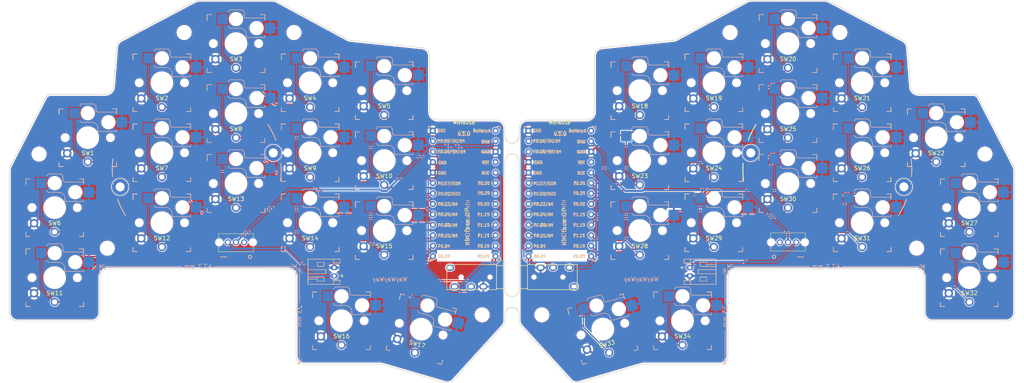
<source format=kicad_pcb>
(kicad_pcb (version 20221018) (generator pcbnew)
  (layers (0 "F.Cu" signal) (31 "B.Cu" signal) (34 "B.Paste" user) (35 "F.Paste" user) (36 "B.SilkS" user "B.Silkscreen") (37 "F.SilkS" user "F.Silkscreen") (38 "B.Mask" user) (39 "F.Mask" user) (44 "Edge.Cuts" user))
  (net 0 "")
  (net 1 "BAT_IN_left")
  (net 2 "gnd_left")
  (net 3 "BAT_IN_right")
  (net 4 "gnd_right")
  (net 6 "RAW_left")
  (net 8 "RAW_right")
  (net 9 "Switch3")
  (net 10 "RX_left")
  (net 11 "Switch9")
  (net 12 "Switch2")
  (net 13 "Switch7")
  (net 14 "Switch13")
  (net 15 "Switch12")
  (net 16 "Switch1")
  (net 17 "Switch6")
  (net 18 "Switch11")
  (net 19 "Switch16")
  (net 20 "Switch17")
  (net 21 "Switch15")
  (net 22 "Switch14")
  (net 23 "Switch10")
  (net 24 "Switch8")
  (net 25 "Switch4")
  (net 26 "Switch5")
  (net 27 "VCC_left")
  (net 30 "Switch18")
  (net 31 "RX_right")
  (net 32 "Switch19")
  (net 33 "Switch20")
  (net 34 "Switch25")
  (net 35 "Switch23")
  (net 36 "Switch29")
  (net 37 "Switch28")
  (net 38 "Switch33")
  (net 39 "Switch34")
  (net 40 "Switch32")
  (net 41 "Switch27")
  (net 42 "Switch31")
  (net 43 "Switch22")
  (net 44 "Switch30")
  (net 45 "Switch26")
  (net 46 "Switch21")
  (net 47 "Switch24")
  (net 48 "VCC_right")
  (footprint "custom_components:Choc_v1v2_pretty" (layer "F.Cu") (at 178.590571 92.078791)
    (fp_text reference "SW23")
    (fp_text value "SW_Push")
  )
  (footprint "custom_components:Choc_v1v2_pretty" (layer "F.Cu") (at 125.490285 133.02423 -15)
    (fp_text reference "SW17")
    (fp_text value "SW_Push")
  )
  (footprint "custom_components:Choc_v1v2_pretty" (layer "F.Cu") (at 214.590571 63.648791)
    (fp_text reference "SW20")
    (fp_text value "SW_Push")
  )
  (footprint "custom_components:Choc_v1v2_pretty" (layer "F.Cu") (at 98.515693 90.173791)
    (fp_text reference "SW9")
    (fp_text value "SW_Push")
  )
  (footprint "custom_components:Choc_v1v2_pretty" (layer "F.Cu") (at 62.515693 90.173791)
    (fp_text reference "SW7")
    (fp_text value "SW_Push")
  )
  (footprint "custom_components:Switch_slide_TH_5P" (layer "F.Cu") (at 214.590571 111.936291)
    (fp_text reference "J2" hide)
    (fp_text value "B5B-XH-A_LF__SN_")
  )
  (footprint "custom_components:Choc_v1v2_pretty" (layer "F.Cu") (at 232.590571 73.173791)
    (fp_text reference "SW21")
    (fp_text value "SW_Push")
  )
  (footprint "custom_components:Choc_v1v2_pretty" (layer "F.Cu") (at 250.590571 86.508791)
    (fp_text reference "SW22")
    (fp_text value "SW_Push")
  )
  (footprint "custom_components:Choc_v1v2_pretty" (layer "F.Cu") (at 178.590571 75.078791)
    (fp_text reference "SW18")
    (fp_text value "SW_Push")
  )
  (footprint "custom_components:Choc_v1v2_pretty" (layer "F.Cu") (at 106.135693 130.986291)
    (fp_text reference "SW16")
    (fp_text value "SW_Push")
  )
  (footprint "ScottoKeebs_Components:TRRS_PJ-320A" (layer "F.Cu") (at 143.803131 120.373141 -90)
    (fp_text reference "U1")
    (fp_text value "TRRS" hide)
  )
  (footprint "custom_components:Choc_v1v2_pretty" (layer "F.Cu") (at 116.515693 92.078791)
    (fp_text reference "SW10")
    (fp_text value "SW_Push")
  )
  (footprint "custom_components:Choc_v1v2_pretty" (layer "F.Cu") (at 169.615979 133.02423 15)
    (fp_text reference "SW33")
    (fp_text value "SW_Push")
  )
  (footprint "KLOTZ:SplitkbTentingPuck_threeholes" (layer "F.Cu") (at 70.975693 94.341291 12.5)
    (fp_text reference "REF**" hide)
    (fp_text value "Tenting Puck" hide)
  )
  (footprint "custom_components:Choc_v1v2_pretty" (layer "F.Cu") (at 62.515693 107.173791)
    (fp_text reference "SW12")
    (fp_text value "SW_Push")
  )
  (footprint "custom_components:Choc_v1v2_pretty" (layer "F.Cu") (at 80.515693 97.648791)
    (fp_text reference "SW13")
    (fp_text value "SW_Push")
  )
  (footprint "MountingHole:MountingHole_3.2mm_M3" (layer "F.Cu") (at 32.673193 90.498791)
    (fp_text reference "REF**" hide)
    (fp_text value "MountingHole_3.2mm_M3")
  )
  (footprint "Panelization:mouse-bite-3mm-slot" (layer "F.Cu") (at 147.553132 89.140641 90)
    (fp_text reference "mouse-bite-3mm-slot" hide)
    (fp_text value "VAL**" hide)
  )
  (footprint "custom_components:Choc_v1v2_pretty" (layer "F.Cu") (at 214.590571 97.648791)
    (fp_text reference "SW30")
    (fp_text value "SW_Push")
  )
  (footprint "custom_components:Choc_v1v2_pretty" (layer "F.Cu") (at 62.515693 73.173791)
    (fp_text reference "SW2")
    (fp_text value "SW_Push")
  )
  (footprint "custom_components:Switch_slide_TH_5P" (layer "F.Cu") (at 80.515693 111.936291 180)
    (fp_text reference "J1" hide)
    (fp_text value "B5B-XH-A_LF__SN_" hide)
  )
  (footprint "MountingHole:MountingHole_3.2mm_M3" (layer "F.Cu") (at 49.265693 113.358791)
    (fp_text reference "REF**" hide)
    (fp_text value "MountingHole_3.2mm_M3")
  )
  (footprint "MountingHole:MountingHole_3.2mm_M3" (layer "F.Cu") (at 94.585693 60.971291)
    (fp_text reference "REF**" hide)
    (fp_text value "MountingHole_3.2mm_M3")
  )
  (footprint "custom_components:Choc_v1v2_pretty" (layer "F.Cu") (at 98.515693 73.173791)
    (fp_text reference "SW4")
    (fp_text value "SW_Push")
  )
  (footprint "custom_components:Pro Micro nRF52840" (layer "F.Cu") (at 135.964589 83.575791)
    (fp_text reference "Pro_Micro_nRF1" hide)
    (fp_text value "~")
  )
  (footprint "custom_components:Choc_v1v2_pretty" (layer "F.Cu") (at 196.590571 90.173791)
    (fp_text reference "SW24")
    (fp_text value "SW_Push")
  )
  (footprint "custom_components:Choc_v1v2_pretty" (layer "F.Cu") (at 36.465693 120.508791)
    (fp_text reference "SW11")
    (fp_text value "SW_Push")
  )
  (footprint "custom_components:Choc_v1v2_pretty" (layer "F.Cu") (at 232.590571 107.173791)
    (fp_text reference "SW31")
    (fp_text value "SW_Push")
  )
  (footprint "custom_components:Choc_v1v2_pretty" (layer "F.Cu") (at 232.590571 90.173791)
    (fp_text reference "SW26")
    (fp_text value "SW_Push")
  )
  (footprint "custom_components:Choc_v1v2_pretty" (layer "F.Cu") (at 214.590571 80.648791)
    (fp_text reference "SW25")
    (fp_text value "SW_Push")
  )
  (footprint "custom_components:Choc_v1v2_pretty" (layer "F.Cu") (at 44.515693 86.508791)
    (fp_text reference "SW1")
    (fp_text value "SW_Push")
  )
  (footprint "KLOTZ:JST_PH_reversible" (layer "F.Cu") (at 104.360693 118.073791 -90)
    (fp_text reference "BT1" hide)
    (fp_text value "Battery_Cell")
  )
  (footprint "ScottoKeebs_Components:TRRS_PJ-320A" (layer "F.Cu") (at 151.303132 120.37314 90)
    (fp_text reference "U2")
    (fp_text value "TRRS")
  )
  (footprint "custom_components:Choc_v1v2_pretty" (layer "F.Cu") (at 258.640571 103.508791)
    (fp_text reference "SW27")
    (fp_text value "SW_Push")
  )
  (footprint "MountingHole:MountingHole_3.2mm_M3" (layer "F.Cu") (at 140.305693 129.551291)
    (fp_text reference "REF**" hide)
    (fp_text value "MountingHole_3.2mm_M3" hide)
  )
  (footprint "custom_components:Choc_v1v2_pretty" (layer "F.Cu") (at 98.515693 107.173791)
    (fp_text reference "SW14")
    (fp_text value "SW_Push")
  )
  (footprint "custom_components:Choc_v1v2_pretty" (layer "F.Cu") (at 36.465693 103.508791)
    (fp_text reference "SW6")
    (fp_text value "SW_Push")
  )
  (footprint "custom_components:Choc_v1v2_pretty" (layer "F.Cu") (at 196.590571 107.173791)
    (fp_text reference "SW29")
    (fp_text value "SW_Push")
  )
  (footprint "KLOTZ:JST_PH_reversible" (layer "F.Cu") (at 190.745571 120.073791 90)
    (fp_text reference "BT2" hide)
    (fp_text value "Battery_Cell")
  )
  (footprint "custom_components:Choc_v1v2_pretty" (layer "F.Cu") (at 116.515693 109.078791)
    (fp_text reference "SW15")
    (fp_text value "SW_Push")
  )
  (footprint "custom_components:Choc_v1v2_pretty" (layer "F.Cu") (at 80.515693 80.648791)
    (fp_text reference "SW8")
    (fp_text value "SW_Push")
  )
  (footprint "custom_components:Choc_v1v2_pretty" (layer "F.Cu") (at 188.970571 130.986291)
    (fp_text reference "SW34")
    (fp_text value "SW_Push")
  )
  (footprint "custom_components:Choc_v1v2_pretty" (layer "F.Cu") (at 258.640571 120.508791)
    (fp_text reference "SW32")
    (fp_text value "SW_Push")
  )
  (footprint "custom_components:Choc_v1v2_pretty" (layer "F.Cu") (at 116.515693 75.078791)
    (fp_text reference "SW5")
    (fp_text value "SW_Push")
  )
  (footprint "MountingHole:MountingHole_3.2mm_M3" (layer "F.Cu") (at 67.915693 60.971291)
    (fp_text reference "REF**" hide)
    (fp_text value "MountingHole_3.2mm_M3")
  )
  (footprint "custom_components:Choc_v1v2_pretty" (layer "F.Cu") (at 178.590571 109.078791)
    (fp_text reference "SW28")
    (fp_text value "SW_Push")
  )
  (footprint "Panelization:mouse-bite-3mm-slot" (layer "F.Cu") (at 147.553132 126.430641 90)
    (fp_text reference "mouse-bite-3mm-slot" hide)
    (fp_text value "VAL**" hide)
  )
  (footprint "custom_components:Pro Micro nRF52840" (layer "F.Cu") (at 159.191675 83.575791)
    (fp_text reference "Pro_Micro_nRF2" hide)
    (fp_text value "~")
  )
  (footprint "custom_components:Choc_v1v2_pretty" (layer "F.Cu") (at 196.590571 73.173791)
    (fp_text reference "SW19")
    (fp_text value "SW_Push")
  )
  (footprint "custom_components:Choc_v1v2_pretty" (layer "F.Cu") (at 80.515693 63.648791)
    (fp_text reference "SW3")
    (fp_text value "SW_Push")
  )
  (footprint "MountingHole:MountingHole_3.2mm_M3" (layer "B.Cu") (at 227.190571 60.971291 180)
    (fp_text reference "REF**" hide)
    (fp_text value "MountingHole_3.2mm_M3")
  )
  (footprint "MountingHole:MountingHole_3.2mm_M3" (layer "B.Cu") (at 200.520571 60.971291 180)
    (fp_text reference "REF**" hide)
    (fp_text value "MountingHole_3.2mm_M3")
  )
  (footprint "MountingHole:MountingHole_3.2mm_M3" (layer "B.Cu") (at 262.433071 90.498791 180)
    (fp_text reference "REF**" hide)
    (fp_text value "MountingHole_3.2mm_M3")
  )
  (footprint "MountingHole:MountingHole_3.2mm_M3" (layer "B.Cu") (at 154.800571 129.551291 180)
    (fp_text reference "REF**" hide)
    (fp_text value "MountingHole_3.2mm_M3" hide)
  )
  (footprint "KLOTZ:SplitkbTentingPuck_threeholes" (layer "B.Cu") (at 224.130571 94.341291 167.5)
    (fp_text reference "REF**" hide)
    (fp_text value "Tenting Puck" hide)
  )
  (footprint "MountingHole:MountingHole_3.2mm_M3" (layer "B.Cu") (at 245.840571 113.358791 180)
    (fp_text reference "REF**" hide)
    (fp_text value "MountingHole_3.2mm_M3")
  )
  (gr_arc (start 245.674248 118.354762) (mid 247.091538 118.9432) (end 247.674716 120.362663) (stroke (width 0.15)) (layer "Edge.Cuts"))
  (gr_line (start 267.640571 131.008791) (end 249.6747 131.008791) (stroke (width 0.15)) (layer "Edge.Cuts"))
  (gr_line (start 149.837924 132.284664) (end 161.787281 145.418393) (stroke (width 0.15)) (layer "Edge.Cuts"))
  (gr_arc (start 167.590575 80.250791) (mid 167.004787 81.665003) (end 165.590575 82.250791) (stroke (width 0.15)) (layer "Edge.Cuts"))
  (gr_line (start 149.303132 84.235641) (end 149.303132 86.140641) (stroke (width 0.15)) (layer "Edge.Cuts"))
  (gr_arc (start 145.803132 92.140641) (mid 147.553132 90.390641) (end 149.303132 92.140641) (stroke (width 0.15)) (layer "Edge.Cuts"))
  (gr_line (start 149.303132 95.310128) (end 149.303132 92.140641) (stroke (width 0.15)) (layer "Edge.Cuts"))
  (gr_arc (start 269.640571 129.008791) (mid 269.054783 130.423003) (end 267.640571 131.008791) (stroke (width 0.15)) (layer "Edge.Cuts"))
  (gr_line (start 25.465693 129.008791) (end 25.465693 94.373791) (stroke (width 0.15)) (layer "Edge.Cuts"))
  (gr_line (start 145.803132 84.235641) (end 145.803132 86.140641) (stroke (width 0.15)) (layer "Edge.Cuts"))
  (gr_line (start 95.135693 139.486291) (end 95.135693 120.365324) (stroke (width 0.15)) (layer "Edge.Cuts"))
  (gr_arc (start 47.431548 129.000889) (mid 46.848565 130.420204) (end 45.431564 131.008791) (stroke (width 0.15)) (layer "Edge.Cuts"))
  (gr_line (start 50.762101 74.165785) (end 51.521864 64.516797) (stroke (width 0.15)) (layer "Edge.Cuts"))
  (gr_arc (start 133.318983 145.418393) (mid 132.386442 145.984843) (end 131.295367 145.977512) (stroke (width 0.15)) (layer "Edge.Cuts"))
  (gr_arc (start 204.895866 53.273322) (mid 205.237681 53.180167) (end 205.590571 53.148791) (stroke (width 0.15)) (layer "Edge.Cuts"))
  (gr_arc (start 93.136176 118.365324) (mid 94.550086 118.951273) (end 95.135693 120.365324) (stroke (width 0.15)) (layer "Edge.Cuts"))
  (gr_arc (start 50.762102 74.165785) (mid 50.125848 75.477463) (end 48.768273 76.008791) (stroke (width 0.15)) (layer "Edge.Cuts"))
  (gr_arc (start 145.803131 130.908141) (mid 145.6674 131.647551) (end 145.268307 132.284633) (stroke (width 0.15)) (layer "Edge.Cuts"))
  (gr_line (start 108.107644 62.861004) (end 126.018193 64.721291) (stroke (width 0.15)) (layer "Edge.Cuts"))
  (gr_line (start 269.640571 94.373791) (end 269.640571 129.008791) (stroke (width 0.15)) (layer "Edge.Cuts"))
  (gr_arc (start 115.565907 141.486291) (mid 115.847953 141.506273) (end 116.124361 141.565841) (stroke (width 0.15)) (layer "Edge.Cuts"))
  (gr_arc (start 149.303132 86.140641) (mid 147.553132 87.890641) (end 145.803132 86.140641) (stroke (width 0.15)) (layer "Edge.Cuts"))
  (gr_line (start 169.088071 64.721291) (end 186.99862 62.861004) (stroke (width 0.15)) (layer "Edge.Cuts"))
  (gr_line (start 93.136176 118.365324) (end 49.432016 118.354762) (stroke (width 0.15)) (layer "Edge.Cuts"))
  (gr_line (start 71.515693 53.148791) (end 89.515693 53.148791) (stroke (width 0.15)) (layer "Edge.Cuts"))
  (gr_line (start 245.674248 118.354762) (end 201.970088 118.365324) (stroke (width 0.15)) (layer "Edge.Cuts"))
  (gr_line (start 133.318983 145.418393) (end 145.26834 132.284664) (stroke (width 0.15)) (layer "Edge.Cuts"))
  (gr_arc (start 259.590571 76.008791) (mid 260.233256 76.191974) (end 260.753673 76.611218) (stroke (width 0.15)) (layer "Edge.Cuts"))
  (gr_arc (start 145.803132 129.430641) (mid 147.553132 127.680641) (end 149.303132 129.430641) (stroke (width 0.15)) (layer "Edge.Cuts"))
  (gr_line (start 151.303075 82.250791) (end 165.590575 82.250791) (stroke (width 0.15)) (layer "Edge.Cuts"))
  (gr_arc (start 126.018193 64.721291) (mid 127.091439 65.434731) (end 127.506629 66.65476) (stroke (width 0.15)) (layer "Edge.Cuts"))
  (gr_arc (start 167.599635 66.65476) (mid 168.014818 65.434726) (end 169.088071 64.721291) (stroke (width 0.15)) (layer "Edge.Cuts"))
  (gr_arc (start 47.431548 120.362663) (mid 48.014734 118.943208) (end 49.432016 118.354762) (stroke (width 0.15)) (layer "Edge.Cuts"))
  (gr_line (start 145.803132 129.430641) (end 145.803131 130.908141) (stroke (width 0.15)) (layer "Edge.Cuts"))
  (gr_arc (start 25.465693 94.373791) (mid 25.565367 93.799727) (end 25.774909 93.256058) (stroke (width 0.15)) (layer "Edge.Cuts"))
  (gr_arc (start 242.526008 62.906036) (mid 243.26202 63.575523) (end 243.5844 64.516797) (stroke (width 0.15)) (layer "Edge.Cuts"))
  (gr_line (start 149.303132 129.430641) (end 149.303133 130.908141) (stroke (width 0.15)) (layer "Edge.Cuts"))
  (gr_arc (start 149.303132 123.430641) (mid 147.553132 125.180641) (end 145.803132 123.430641) (stroke (width 0.15)) (layer "Edge.Cuts"))
  (gr_arc (start 108.107644 62.861003) (mid 107.799103 62.750103) (end 107.505694 62.603789) (stroke (width 0.15)) (layer "Edge.Cuts"))
  (gr_arc (start 199.970571 139.486291) (mid 199.384783 140.900503) (end 197.970571 141.486291) (stroke (width 0.15)) (layer "Edge.Cuts"))
  (gr_line (start 52.580256 62.906036) (end 70.580256 53.381036) (stroke (width 0.15)) (layer "Edge.Cuts"))
  (gr_arc (start 143.803189 82.250791) (mid 145.212054 82.831214) (end 145.803132 84.235641) (stroke (width 0.15)) (layer "Edge.Cuts"))
  (gr_arc (start 178.981903 141.565841) (mid 179.258312 141.50628) (end 179.540357 141.486291) (stroke (width 0.15)) (layer "Edge.Cuts"))
  (gr_line (start 149.303132 95.310128) (end 149.303132 123.430641) (stroke (width 0.15)) (layer "Edge.Cuts"))
  (gr_arc (start 97.135693 141.486291) (mid 95.721495 140.900489) (end 95.135693 139.486291) (stroke (width 0.15)) (layer "Edge.Cuts"))
  (gr_arc (start 223.590571 53.148791) (mid 224.072491 53.207712) (end 224.526008 53.381036) (stroke (width 0.15)) (layer "Edge.Cuts"))
  (gr_arc (start 163.810897 145.977512) (mid 162.719822 145.984843) (end 161.787281 145.418393) (stroke (width 0.15)) (layer "Edge.Cuts"))
  (gr_arc (start 149.303132 84.235641) (mid 149.894227 82.831231) (end 151.303075 82.250791) (stroke (width 0.15)) (layer "Edge.Cuts"))
  (gr_line (start 178.981903 141.565841) (end 163.810885 145.977471) (stroke (width 0.15)) (layer "Edge.Cuts"))
  (gr_line (start 131.295379 145.977471) (end 116.124361 141.565841) (stroke (width 0.15)) (layer "Edge.Cuts"))
  (gr_line (start 47.431548 120.362663) (end 47.431548 129.000889) (stroke (width 0.15)) (layer "Edge.Cuts"))
  (gr_arc (start 70.580256 53.381036) (mid 71.033774 53.207715) (end 71.515693 53.148791) (stroke (width 0.15)) (layer "Edge.Cuts"))
  (gr_line (start 127.515689 80.250791) (end 127.506629 66.65476) (stroke (width 0.15)) (layer "Edge.Cuts"))
  (gr_line (start 129.515689 82.250791) (end 143.803189 82.250791) (stroke (width 0.15)) (layer "Edge.Cuts"))
  (gr_line (start 107.505694 62.60379) (end 90.210398 53.273322) (stroke (width 0.15)) (layer "Edge.Cuts"))
  (gr_line (start 205.590571 53.148791) (end 223.590571 53.148791) (stroke (width 0.15)) (layer "Edge.Cuts"))
  (gr_line (start 25.774909 93.256058) (end 34.352591 76.611218) (stroke (width 0.15)) (layer "Edge.Cuts"))
  (gr_line (start 246.337991 76.008791) (end 259.590571 76.008791) (stroke (width 0.15)) (layer "Edge.Cuts"))
  (gr_arc (start 269.331355 93.256058) (mid 269.540897 93.799727) (end 269.640571 94.373791) (stroke (width 0.15)) (layer "Edge.Cuts"))
  (gr_line (start 199.970571 120.365324) (end 199.970571 139.486291) (stroke (width 0.15)) (layer "Edge.Cuts"))
  (gr_arc (start 249.6747 131.008791) (mid 248.257707 130.420196) (end 247.674716 129.000889) (stroke (width 0.15)) (layer "Edge.Cuts"))
  (gr_line (start 197.970571 141.486291) (end 179.540357 141.486291) (stroke (width 0.15)) (layer "Edge.Cuts"))
  (gr_line (start 35.515693 76.008791) (end 48.768273 76.008791) (stroke (width 0.15)) (layer "Edge.Cuts"))
  (gr_arc (start 246.337991 76.008791) (mid 244.980433 75.477445) (end 244.344162 74.165785) (stroke (width 0.15)) (layer "Edge.Cuts"))
  (gr_arc (start 27.465693 131.008791) (mid 26.051495 130.422989) (end 25.465693 129.008791) (stroke (width 0.15)) (layer "Edge.Cuts"))
  (gr_line (start 45.431564 131.008791) (end 27.465693 131.008791) (stroke (width 0.15)) (layer "Edge.Cuts"))
  (gr_line (start 167.599635 66.65476) (end 167.590575 80.250791) (stroke (width 0.15)) (layer "Edge.Cuts"))
  (gr_line (start 204.895866 53.273322) (end 187.60057 62.60379) (stroke (width 0.15)) (layer "Edge.Cuts"))
  (gr_arc (start 51.521864 64.516797) (mid 51.844217 63.575505) (end 52.580256 62.906036) (stroke (width 0.15)) (layer "Edge.Cuts"))
  (gr_arc (start 129.515689 82.250791) (mid 128.101493 81.664987) (end 127.515689 80.250791) (stroke (width 0.15)) (layer "Edge.Cuts"))
  (gr_line (start 247.674716 129.000889) (end 247.674716 120.362663) (stroke (width 0.15)) (layer "Edge.Cuts"))
  (gr_line (start 145.803132 92.140641) (end 145.803132 95.310128) (stroke (width 0.15)) (layer "Edge.Cuts"))
  (gr_arc (start 149.837957 132.284633) (mid 149.438879 131.647545) (end 149.303133 130.908141) (stroke (width 0.15)) (layer "Edge.Cuts"))
  (gr_arc (start 199.970571 120.365324) (mid 200.556169 118.951263) (end 201.970088 118.365324) (stroke (width 0.15)) (layer "Edge.Cuts"))
  (gr_arc (start 187.60057 62.603789) (mid 187.307164 62.750109) (end 186.99862 62.861003) (stroke (width 0.15)) (layer "Edge.Cuts"))
  (gr_line (start 260.753673 76.611218) (end 269.331355 93.256058) (stroke (width 0.15)) (layer "Edge.Cuts"))
  (gr_arc (start 34.352591 76.611218) (mid 34.873008 76.191973) (end 35.515693 76.008791) (stroke (width 0.15)) (layer "Edge.Cuts"))
  (gr_line (start 224.526008 53.381036) (end 242.526008 62.906036) (stroke (width 0.15)) (layer "Edge.Cuts"))
  (gr_arc (start 89.515693 53.148791) (mid 89.868583 53.180166) (end 90.210398 53.273322) (stroke (width 0.15)) (layer "Edge.Cuts"))
  (gr_line (start 243.5844 64.516797) (end 244.344163 74.165785) (stroke (width 0.15)) (layer "Edge.Cuts"))
  (gr_line (start 115.565907 141.486291) (end 97.135693 141.486291) (stroke (width 0.15)) (layer "Edge.Cuts"))
  (gr_line (start 145.803132 95.310128) (end 145.803132 123.430641) (stroke (width 0.15)) (layer "Edge.Cuts"))
  (gr_text "WayWayWay" (at 122.230693 121.461291) (layer "B.SilkS") (effects (font (size 1 1)) (justify left bottom mirror)))
  (gr_text "|\n\n\n\n○\n" (at 84.441482 115.472733 90) (layer "B.SilkS") (effects (font (size 1 1)) (justify bottom mirror)))
  (gr_text "|\n\n\n\n○\n" (at 210.664782 115.442734 -90) (layer "B.SilkS") (effects (font (size 1 1)) (justify bottom mirror)))
  (gr_text "WayWayWay" (at 183.280571 121.443791) (layer "B.SilkS") (effects (font (size 1 1)) (justify left bottom mirror)))
  (gr_text "v3.0" (at 137.504589 86.140641) (layer "B.SilkS") (effects (font (size 1 1)) (justify left bottom mirror)))
  (gr_text "n!n face DOWN" (at 137.37212 101.449956 90) (layer "B.SilkS") (effects (font (size 1 1)) (justify left bottom mirror)))
  (gr_text "n!n face DOWN" (at 160.70212 101.449956 90) (layer "B.SilkS") (effects (font (size 1 1)) (justify left bottom mirror)))
  (gr_text "v3.0" (at 160.861675 86.140641) (layer "B.SilkS") (effects (font (size 1 1)) (justify left bottom mirror)))
  (gr_text "v3.0" (at 134.244589 86.140641) (layer "F.SilkS") (effects (font (size 1 1)) (justify left bottom)))
  (gr_text "n!n face UP" (at 160.824559 112.670805 90) (layer "F.SilkS") (effects (font (size 1 1)) (justify left bottom)))
  (gr_text "v3.0" (at 157.601675 86.140641) (layer "F.SilkS") (effects (font (size 1 1)) (justify left bottom)))
  (gr_text "n!n face UP" (at 137.249681 112.670805 90) (layer "F.SilkS") (effects (font (size 1 1)) (justify left bottom)))
  (gr_text "+" (at 105.517089 120.568791) (layer "F.SilkS") (effects (font (size 1 1)) (justify left bottom)))
  (gr_text "|\n\n\n\n○\n" (at 210.664782 115.472733 -90) (layer "F.SilkS") (effects (font (size 1 1)) (justify bottom)))
  (gr_text "|\n\n\n\n○\n" (at 84.441482 115.442734 90) (layer "F.SilkS") (effects (font (size 1 1)) (justify bottom)))
  (gr_text "+" (at 189.579175 118.578791) (layer "F.SilkS") (effects (font (size 1 1)) (justify left bottom mirror)))
  (dimension (type aligned) (layer "B.SilkS") (pts (xy 96.435693 141.486291) (xy 96.436176 118.365324)) (height -0.483854) (gr_text "23 mm" (at 95.952081 129.925797 89.99880061) (layer "B.SilkS") (effects (font (size 1 1) (thickness 0.15)) (justify mirror))) (format (prefix "") (suffix "") (units 3) (units_format 1) (precision 4) (override_value "23")) (style (thickness 0.15) (arrow_length 1.27) (text_position_mode 1) (extension_height 0.58642) (extension_offset 0.5) keep_text_aligned))
  (dimension (type aligned) (layer "B.SilkS") (pts (xy 199.754425 141.486301) (xy 199.754908 118.365334)) (height -0.483854) (gr_text "23 mm" (at 199.270813 129.925807 89.99880061) (layer "B.SilkS") (effects (font (size 1 1) (thickness 0.15)) (justify mirror))) (format (prefix "") (suffix "") (units 3) (units_format 1) (precision 4) (override_value "23")) (style (thickness 0.15) (arrow_length 1.27) (text_position_mode 1) (extension_height 0.58642) (extension_offset 0.5) keep_text_aligned))
  (dimension (type aligned) (layer "B.SilkS") (pts (xy 47.431548 120.362663) (xy 95.135693 120.365324)) (height -2.56895) (gr_text "47.7 mm" (at 71.283764 117.795044 359.9968028) (layer "B.SilkS") (effects (font (size 1 1) (thickness 0.15)) (justify mirror))) (format (prefix "") (suffix "") (units 3) (units_format 1) (precision 4) (override_value "47.7")) (style (thickness 0.15) (arrow_length 1.27) (text_position_mode 1) (extension_height 0.58642) (extension_offset 0.5) keep_text_aligned))
  (dimension (type aligned) (layer "B.SilkS") (pts (xy 199.970571 120.365324) (xy 247.674716 120.362663)) (height -2.563202) (gr_text "47.7 mm" (at 223.822501 117.800791 0.003197234993) (layer "B.SilkS") (effects (font (size 1 1) (thickness 0.15)) (justify mirror))) (format (prefix "") (suffix "") (units 3) (units_format 1) (precision 4) (override_value "47.7")) (style (thickness 0.15) (arrow_length 1.27) (text_position_mode 1) (extension_height 0.58642) (extension_offset 0.5) keep_text_aligned))
  (segment (start 80.015693 113.436291) (end 78.515693 111.936291) (width 0.5) (layer "B.Cu") (net 1))
  (segment (start 99.266282 120.073791) (end 92.628782 113.436291) (width 0.5) (layer "B.Cu") (net 1))
  (segment (start 104.360693 120.073791) (end 99.266282 120.073791) (width 0.5) (layer "B.Cu") (net 1))
  (segment (start 92.628782 113.436291) (end 80.015693 113.436291) (width 0.5) (layer "B.Cu") (net 1))
  (segment (start 211.866221 116.660641) (end 192.158721 116.660641) (width 0.5) (layer "B.Cu") (net 3))
  (segment (start 192.158721 116.660641) (end 190.745571 118.073791) (width 0.5) (layer "B.Cu") (net 3))
  (segment (start 216.590571 111.936291) (end 211.866221 116.660641) (width 0.5) (layer "B.Cu") (net 3))
  (segment (start 80.515693 111.936291) (end 93.331343 99.120641) (width 0.5) (layer "B.Cu") (net 6))
  (segment (start 117.981693 98.51623) (end 127.913132 88.584791) (width 0.5) (layer "B.Cu") (net 6))
  (segment (start 117.981693 98.586029) (end 117.981693 98.51623) (width 0.5) (layer "B.Cu") (net 6))
  (segment (start 115.584305 99.120641) (end 115.914305 99.450641) (width 0.5) (layer "B.Cu") (net 6))
  (segment (start 93.331343 99.120641) (end 115.584305 99.120641) (width 0.5) (layer "B.Cu") (net 6))
  (segment (start 127.913132 88.584791) (end 142.338989 88.584791) (width 0.5) (layer "B.Cu") (net 6))
  (segment (start 115.914305 99.450641) (end 117.117081 99.450641) (width 0.5) (layer "B.Cu") (net 6))
  (segment (start 142.338989 88.584791) (end 143.550989 87.372791) (width 0.5) (layer "B.Cu") (net 6))
  (segment (start 117.117081 99.450641) (end 117.981693 98.586029) (width 0.5) (layer "B.Cu") (net 6))
  (segment (start 169.973132 94.350641) (end 169.973132 90.567848) (width 0.5) (layer "B.Cu") (net 8))
  (segment (start 179.418809 99.223791) (end 179.197809 99.444791) (width 0.5) (layer "B.Cu") (net 8))
  (segment (start 204.165571 99.223791) (end 179.418809 99.223791) (width 0.5) (layer "B.Cu") (net 8))
  (segment (start 175.067282 99.444791) (end 169.973132 94.350641) (width 0.5) (layer "B.Cu") (net 8))
  (segment (start 214.590571 109.648791) (end 204.165571 99.223791) (width 0.5) (layer "B.Cu") (net 8))
  (segment (start 214.590571 111.936291) (end 214.590571 109.648791) (width 0.5) (layer "B.Cu") (net 8))
  (segment (start 169.973132 90.567848) (end 166.778075 87.372791) (width 0.5) (layer "B.Cu") (net 8))
  (segment (start 179.197809 99.444791) (end 175.067282 99.444791) (width 0.5) (layer "B.Cu") (net 8))
  (segment (start 89.723132 78.380641) (end 80.891282 69.548791) (width 0.3) (layer "F.Cu") (net 9))
  (segment (start 95.359549 78.380641) (end 89.723132 78.380641) (width 0.3) (layer "F.Cu") (net 9))
  (segment (start 125.186989 84.228791) (end 101.207699 84.228791) (width 0.3) (layer "F.Cu") (net 9))
  (segment (start 80.891282 69.548791) (end 80.515693 69.548791) (width 0.3) (layer "F.Cu") (net 9))
  (segment (start 101.207699 84.228791) (end 95.359549 78.380641) (width 0.3) (layer "F.Cu") (net 9))
  (segment (start 128.330989 87.372791) (end 125.186989 84.228791) (width 0.3) (layer "F.Cu") (net 9))
  (segment (start 80.515693 69.548791) (end 77.240693 66.273791) (width 0.3) (layer "B.Cu") (net 9))
  (segment (start 77.240693 66.273791) (end 77.240693 57.698791) (width 0.3) (layer "B.Cu") (net 9))
  (segment (start 136.435631 123.840641) (end 137.603131 122.673141) (width 0.3) (layer "B.Cu") (net 10))
  (segment (start 127.203132 118.099488) (end 132.944285 123.840641) (width 0.3) (layer "B.Cu") (net 10))
  (segment (start 128.330989 89.912791) (end 129.442989 91.024791) (width 0.3) (layer "B.Cu") (net 10))
  (segment (start 127.203132 97.088042) (end 127.203132 118.099488) (width 0.3) (layer "B.Cu") (net 10))
  (segment (start 129.442989 95.453397) (end 128.635745 96.260641) (width 0.3) (layer "B.Cu") (net 10))
  (segment (start 132.944285 123.840641) (end 136.435631 123.840641) (width 0.3) (layer "B.Cu") (net 10))
  (segment (start 129.442989 91.024791) (end 129.442989 95.453397) (width 0.3) (layer "B.Cu") (net 10))
  (segment (start 128.030533 96.260641) (end 127.203132 97.088042) (width 0.3) (layer "B.Cu") (net 10))
  (segment (start 128.635745 96.260641) (end 128.030533 96.260641) (width 0.3) (layer "B.Cu") (net 10))
  (segment (start 128.330989 97.532791) (end 127.410989 96.612791) (width 0.3) (layer "F.Cu") (net 11))
  (segment (start 127.410989 96.612791) (end 112.750982 96.612791) (width 0.3) (layer "F.Cu") (net 11))
  (segment (start 112.118982 97.244791) (end 99.686693 97.244791) (width 0.3) (layer "F.Cu") (net 11))
  (segment (start 112.750982 96.612791) (end 112.118982 97.244791) (width 0.3) (layer "F.Cu") (net 11))
  (segment (start 99.686693 97.244791) (end 98.515693 96.073791) (width 0.3) (layer "F.Cu") (net 11))
  (segment (start 98.515693 96.073791) (end 95.240693 92.798791) (width 0.3) (layer "B.Cu") (net 11))
  (segment (start 95.240693 92.798791) (end 95.240693 84.223791) (width 0.3) (layer "B.Cu") (net 11))
  (segment (start 78.933877 89.798791) (end 85.080571 89.798791) (width 0.3) (layer "F.Cu") (net 12))
  (segment (start 85.080571 89.798791) (end 91.179671 95.897891) (width 0.3) (layer "F.Cu") (net 12))
  (segment (start 91.179671 95.897891) (end 96.407977 95.897891) (width 0.3) (layer "F.Cu") (net 12))
  (segment (start 101.807586 100.072791) (end 128.330989 100.072791) (width 0.3) (layer "F.Cu") (net 12))
  (segment (start 97.979575 97.469489) (end 99.204284 97.469489) (width 0.3) (layer "F.Cu") (net 12))
  (segment (start 99.204284 97.469489) (end 101.807586 100.072791) (width 0.3) (layer "F.Cu") (net 12))
  (segment (start 68.208877 79.073791) (end 78.933877 89.798791) (width 0.3) (layer "F.Cu") (net 12))
  (segment (start 62.515693 79.073791) (end 68.208877 79.073791) (width 0.3) (layer "F.Cu") (net 12))
  (segment (start 96.407977 95.897891) (end 97.979575 97.469489) (width 0.3) (layer "F.Cu") (net 12))
  (segment (start 59.240693 75.798791) (end 59.240693 67.223791) (width 0.3) (layer "B.Cu") (net 12))
  (segment (start 62.515693 79.073791) (end 59.240693 75.798791) (width 0.3) (layer "B.Cu") (net 12))
  (segment (start 62.515693 96.073791) (end 63.865693 94.723791) (width 0.3) (layer "F.Cu") (net 13))
  (segment (start 83.626282 94.723791) (end 85.300382 96.397891) (width 0.3) (layer "F.Cu") (net 13))
  (segment (start 97.753132 97.970641) (end 98.99833 97.970641) (width 0.3) (layer "F.Cu") (net 13))
  (segment (start 101.60048 100.572791) (end 126.290989 100.572791) (width 0.3) (layer "F.Cu") (net 13))
  (segment (start 63.865693 94.723791) (end 83.626282 94.723791) (width 0.3) (layer "F.Cu") (net 13))
  (segment (start 98.99833 97.970641) (end 101.60048 100.572791) (width 0.3) (layer "F.Cu") (net 13))
  (segment (start 96.180382 96.397891) (end 97.753132 97.970641) (width 0.3) (layer "F.Cu") (net 13))
  (segment (start 85.300382 96.397891) (end 96.180382 96.397891) (width 0.3) (layer "F.Cu") (net 13))
  (segment (start 126.290989 100.572791) (end 128.330989 102.612791) (width 0.3) (layer "F.Cu") (net 13))
  (segment (start 59.240693 92.798791) (end 59.240693 84.223791) (width 0.3) (layer "B.Cu") (net 13))
  (segment (start 62.515693 96.073791) (end 59.240693 92.798791) (width 0.3) (layer "B.Cu") (net 13))
  (segment (start 104.302699 105.323791) (end 102.606282 105.323791) (width 0.3) (layer "F.Cu") (net 14))
  (segment (start 117.270849 105.060641) (end 104.565849 105.060641) (width 0.3) (layer "F.Cu") (net 14))
  (segment (start 126.606989 103.428791) (end 118.902699 103.428791) (width 0.3) (layer "F.Cu") (net 14))
  (segment (start 100.831282 103.548791) (end 80.515693 103.548791) (width 0.3) (layer "F.Cu") (net 14))
  (segment (start 118.902699 103.428791) (end 117.270849 105.060641) (width 0.3) (layer "F.Cu") (net 14))
  (segment (start 102.606282 105.323791) (end 100.831282 103.548791) (width 0.3) (layer "F.Cu") (net 14))
  (segment (start 128.330989 105.152791) (end 126.606989 103.428791) (width 0.3) (layer "F.Cu") (net 14))
  (segment (start 104.565849 105.060641) (end 104.302699 105.323791) (width 0.3) (layer "F.Cu") (net 14))
  (segment (start 77.240693 100.273791) (end 77.240693 91.698791) (width 0.3) (layer "B.Cu") (net 14))
  (segment (start 80.515693 103.548791) (end 77.240693 100.273791) (width 0.3) (layer "B.Cu") (net 14))
  (segment (start 122.783132 107.810641) (end 123.913132 108.940641) (width 0.3) (layer "F.Cu") (net 15))
  (segment (start 142.303139 108.940641) (end 143.550989 107.692791) (width 0.3) (layer "F.Cu") (net 15))
  (segment (start 118.759176 106.153791) (end 120.416026 107.810641) (width 0.3) (layer "F.Cu") (net 15))
  (segment (start 108.204803 110.120641) (end 112.171653 106.153791) (width 0.3) (layer "F.Cu") (net 15))
  (segment (start 66.188843 109.400641) (end 96.583132 109.400641) (width 0.3) (layer "F.Cu") (net 15))
  (segment (start 96.583132 109.400641) (end 97.303132 110.120641) (width 0.3) (layer "F.Cu") (net 15))
  (segment (start 123.913132 108.940641) (end 142.303139 108.940641) (width 0.3) (layer "F.Cu") (net 15))
  (segment (start 112.171653 106.153791) (end 118.759176 106.153791) (width 0.3) (layer "F.Cu") (net 15))
  (segment (start 62.515693 113.073791) (end 66.188843 109.400641) (width 0.3) (layer "F.Cu") (net 15))
  (segment (start 97.303132 110.120641) (end 108.204803 110.120641) (width 0.3) (layer "F.Cu") (net 15))
  (segment (start 120.416026 107.810641) (end 122.783132 107.810641) (width 0.3) (layer "F.Cu") (net 15))
  (segment (start 59.240693 109.798791) (end 59.240693 101.223791) (width 0.3) (layer "B.Cu") (net 15))
  (segment (start 62.515693 113.073791) (end 59.240693 109.798791) (width 0.3) (layer "B.Cu") (net 15))
  (segment (start 72.433132 104.930641) (end 65.163132 97.660641) (width 0.3) (layer "F.Cu") (net 16))
  (segment (start 104.509806 105.823791) (end 101.302268 105.823791) (width 0.3) (layer "F.Cu") (net 16))
  (segment (start 127.898839 107.260641) (end 120.573132 107.260641) (width 0.3) (layer "F.Cu") (net 16))
  (segment (start 81.881693 104.114607) (end 81.065659 104.930641) (width 0.3) (layer "F.Cu") (net 16))
  (segment (start 65.163132 97.660641) (end 57.122421 97.660641) (width 0.3) (layer "F.Cu") (net 16))
  (segment (start 99.593084 104.114607) (end 81.881693 104.114607) (width 0.3) (layer "F.Cu") (net 16))
  (segment (start 81.065659 104.930641) (end 72.433132 104.930641) (width 0.3) (layer "F.Cu") (net 16))
  (segment (start 101.302268 105.823791) (end 99.593084 104.114607) (width 0.3) (layer "F.Cu") (net 16))
  (segment (start 51.870571 92.408791) (end 44.515693 92.408791) (width 0.3) (layer "F.Cu") (net 16))
  (segment (start 120.573132 107.260641) (end 118.923132 105.610641) (width 0.3) (layer "F.Cu") (net 16))
  (segment (start 57.122421 97.660641) (end 51.870571 92.408791) (width 0.3) (layer "F.Cu") (net 16))
  (segment (start 128.330989 107.692791) (end 127.898839 107.260641) (width 0.3) (layer "F.Cu") (net 16))
  (segment (start 118.923132 105.610641) (end 104.722956 105.610641) (width 0.3) (layer "F.Cu") (net 16))
  (segment (start 104.722956 105.610641) (end 104.509806 105.823791) (width 0.3) (layer "F.Cu") (net 16))
  (segment (start 41.240693 89.133791) (end 44.515693 92.408791) (width 0.3) (layer "B.Cu") (net 16))
  (segment (start 41.240693 80.558791) (end 41.240693 89.133791) (width 0.3) (layer "B.Cu") (net 16))
  (segment (start 68.103131 109.900641) (end 62.644982 115.358791) (width 0.3) (layer "F.Cu") (net 17))
  (segment (start 43.852533 115.358791) (end 37.902533 109.408791) (width 0.3) (layer "F.Cu") (net 17))
  (segment (start 96.263132 116.590641) (end 89.573133 109.900641) (width 0.3) (layer "F.Cu") (net 17))
  (segment (start 37.902533 109.408791) (end 36.465693 109.408791) (width 0.3) (layer "F.Cu") (net 17))
  (segment (start 62.644982 115.358791) (end 43.852533 115.358791) (width 0.3) (layer "F.Cu") (net 17))
  (segment (start 128.330989 112.772791) (end 124.513139 116.590641) (width 0.3) (layer "F.Cu") (net 17))
  (segment (start 89.573133 109.900641) (end 68.103131 109.900641) (width 0.3) (layer "F.Cu") (net 17))
  (segment (start 124.513139 116.590641) (end 96.263132 116.590641) (width 0.3) (layer "F.Cu") (net 17))
  (segment (start 36.465693 109.408791) (end 33.190693 106.133791) (width 0.3) (layer "B.Cu") (net 17))
  (segment (start 33.190693 106.133791) (end 33.190693 97.558791) (width 0.3) (layer "B.Cu") (net 17))
  (segment (start 36.465693 126.408791) (end 38.104982 126.408791) (width 0.3) (layer "F.Cu") (net 18))
  (segment (start 89.366026 110.400641) (end 96.089176 117.123791) (width 0.3) (layer "F.Cu") (net 18))
  (segment (start 126.519989 117.123791) (end 128.330989 115.312791) (width 0.3) (layer "F.Cu") (net 18))
  (segment (start 38.104982 126.408791) (end 48.654982 115.858791) (width 0.3) (layer "F.Cu") (net 18))
  (segment (start 62.852088 115.858791) (end 68.310238 110.400641) (width 0.3) (layer "F.Cu") (net 18))
  (segment (start 96.089176 117.123791) (end 126.519989 117.123791) (width 0.3) (layer "F.Cu") (net 18))
  (segment (start 68.310238 110.400641) (end 89.366026 110.400641) (width 0.3) (layer "F.Cu") (net 18))
  (segment (start 48.654982 115.858791) (end 62.852088 115.858791) (width 0.3) (layer "F.Cu") (net 18))
  (segment (start 33.190693 123.133791) (end 33.190693 114.558791) (width 0.3) (layer "B.Cu") (net 18))
  (segment (start 36.465693 126.408791) (end 33.190693 123.133791) (width 0.3) (layer "B.Cu") (net 18))
  (segment (start 126.383132 121.250641) (end 110.747482 136.886291) (width 0.3) (layer "F.Cu") (net 19))
  (segment (start 110.747482 136.886291) (end 106.135693 136.886291) (width 0.3) (layer "F.Cu") (net 19))
  (segment (start 143.550989 115.312791) (end 143.550989 116.390421) (width 0.3) (layer "F.Cu") (net 19))
  (segment (start 138.690769 121.250641) (end 126.383132 121.250641) (width 0.3) (layer "F.Cu") (net 19))
  (segment (start 143.550989 116.390421) (end 138.690769 121.250641) (width 0.3) (layer "F.Cu") (net 19))
  (segment (start 102.860693 133.611291) (end 102.860693 125.036291) (width 0.3) (layer "B.Cu") (net 19))
  (segment (start 106.135693 136.886291) (end 102.860693 133.611291) (width 0.3) (layer "B.Cu") (net 19))
  (segment (start 139.153132 121.520641) (end 144.662989 116.010784) (width 0.3) (layer "F.Cu") (net 20))
  (segment (start 135.458942 123.840641) (end 138.561977 123.840641) (width 0.3) (layer "F.Cu") (net 20))
  (segment (start 138.561977 123.840641) (end 139.153132 123.249486) (width 0.3) (layer "F.Cu") (net 20))
  (segment (start 128.793132 130.506451) (end 135.458942 123.840641) (width 0.3) (layer "F.Cu") (net 20))
  (segment (start 144.662989 113.884791) (end 143.550989 112.772791) (width 0.3) (layer "F.Cu") (net 20))
  (segment (start 139.153132 123.249486) (end 139.153132 121.520641) (width 0.3) (layer "F.Cu") (net 20))
  (segment (start 123.963253 138.723192) (end 128.793132 133.893313) (width 0.3) (layer "F.Cu") (net 20))
  (segment (start 144.662989 116.010784) (end 144.662989 113.884791) (width 0.3) (layer "F.Cu") (net 20))
  (segment (start 128.793132 133.893313) (end 128.793132 130.506451) (width 0.3) (layer "F.Cu") (net 20))
  (segment (start 122.565285 127.730905) (end 123.866851 126.429339) (width 0.3) (layer "B.Cu") (net 20))
  (segment (start 122.565285 137.325224) (end 122.565285 127.730905) (width 0.3) (layer "B.Cu") (net 20))
  (segment (start 123.963253 138.723192) (end 122.565285 137.325224) (width 0.3) (layer "B.Cu") (net 20))
  (segment (start 119.833693 111.660791) (end 116.515693 114.978791) (width 0.3) (layer "F.Cu") (net 21))
  (segment (start 142.122989 111.660791) (end 119.833693 111.660791) (width 0.3) (layer "F.Cu") (net 21))
  (segment (start 143.550989 110.232791) (end 142.122989 111.660791) (width 0.3) (layer "F.Cu") (net 21))
  (segment (start 113.240693 111.703791) (end 113.240693 103.128791) (width 0.3) (layer "B.Cu") (net 21))
  (segment (start 116.515693 114.978791) (end 113.240693 111.703791) (width 0.3) (layer "B.Cu") (net 21))
  (segment (start 100.076693 111.512791) (end 98.515693 113.073791) (width 0.3) (layer "F.Cu") (net 22))
  (segment (start 128.330989 110.232791) (end 127.56899 110.99479) (width 0.3) (layer "F.Cu") (net 22))
  (segment (start 127.56899 110.99479) (end 119.248983 110.99479) (width 0.3) (layer "F.Cu") (net 22))
  (segment (start 117.930798 112.312975) (end 112.881693 112.312975) (width 0.3) (layer "F.Cu") (net 22))
  (segment (start 112.081509 111.512791) (end 100.076693 111.512791) (width 0.3) (layer "F.Cu") (net 22))
  (segment (start 112.881693 112.312975) (end 112.081509 111.512791) (width 0.3) (layer "F.Cu") (net 22))
  (segment (start 119.248983 110.99479) (end 117.930798 112.312975) (width 0.3) (layer "F.Cu") (net 22))
  (segment (start 95.240693 109.798791) (end 95.240693 101.223791) (width 0.3) (layer "B.Cu") (net 22))
  (segment (start 98.515693 113.073791) (end 95.240693 109.798791) (width 0.3) (layer "B.Cu") (net 22))
  (segment (start 117.181693 98.644791) (end 137.042989 98.644791) (width 0.3) (layer "F.Cu") (net 23))
  (segment (start 116.515693 97.978791) (end 117.181693 98.644791) (width 0.3) (layer "F.Cu") (net 23))
  (segment (start 137.042989 98.644791) (end 143.550989 105.152791) (width 0.3) (layer "F.Cu") (net 23))
  (segment (start 116.515693 97.978791) (end 113.240693 94.703791) (width 0.3) (layer "B.Cu") (net 23))
  (segment (start 113.240693 94.703791) (end 113.240693 86.128791) (width 0.3) (layer "B.Cu") (net 23))
  (segment (start 122.453132 90.440641) (end 123.153132 91.140641) (width 0.3) (layer "F.Cu") (net 24))
  (segment (start 120.940537 90.440641) (end 122.453132 90.440641) (width 0.3) (layer "F.Cu") (net 24))
  (segment (start 80.515693 86.548791) (end 80.524085 86.540399) (width 0.3) (layer "F.Cu") (net 24))
  (segment (start 132.078839 91.140641) (end 143.550989 102.612791) (width 0.3) (layer "F.Cu") (net 24))
  (segment (start 100.945295 86.540399) (end 103.275537 88.870641) (width 0.3) (layer "F.Cu") (net 24))
  (segment (start 119.370537 88.870641) (end 120.940537 90.440641) (width 0.3) (layer "F.Cu") (net 24))
  (segment (start 103.275537 88.870641) (end 119.370537 88.870641) (width 0.3) (layer "F.Cu") (net 24))
  (segment (start 80.524085 86.540399) (end 100.945295 86.540399) (width 0.3) (layer "F.Cu") (net 24))
  (segment (start 123.153132 91.140641) (end 132.078839 91.140641) (width 0.3) (layer "F.Cu") (net 24))
  (segment (start 80.515693 86.548791) (end 77.240693 83.273791) (width 0.3) (layer "B.Cu") (net 24))
  (segment (start 77.240693 83.273791) (end 77.240693 74.698791) (width 0.3) (layer "B.Cu") (net 24))
  (segment (start 125.394095 83.728791) (end 127.755945 86.090641) (width 0.3) (layer "F.Cu") (net 25))
  (segment (start 98.515693 79.073791) (end 103.170693 83.728791) (width 0.3) (layer "F.Cu") (net 25))
  (segment (start 103.170693 83.728791) (end 125.394095 83.728791) (width 0.3) (layer "F.Cu") (net 25))
  (segment (start 129.568839 86.090641) (end 143.550989 100.072791) (width 0.3) (layer "F.Cu") (net 25))
  (segment (start 127.755945 86.090641) (end 129.568839 86.090641) (width 0.3) (layer "F.Cu") (net 25))
  (segment (start 98.515693 79.073791) (end 95.240693 75.798791) (width 0.3) (layer "B.Cu") (net 25))
  (segment (start 95.240693 75.798791) (end 95.240693 67.223791) (width 0.3) (layer "B.Cu") (net 25))
  (segment (start 116.515693 80.978791) (end 118.765693 83.228791) (width 0.3) (layer "F.Cu") (net 26))
  (segment (start 118.765693 83.228791) (end 129.246989 83.228791) (width 0.3) (layer "F.Cu") (net 26))
  (segment (start 129.246989 83.228791) (end 143.550989 97.532791) (width 0.3) (layer "F.Cu") (net 26))
  (segment (start 113.240693 77.703791) (end 113.240693 69.128791) (width 0.3) (layer "B.Cu") (net 26))
  (segment (start 116.515693 80.978791) (end 113.240693 77.703791) (width 0.3) (layer "B.Cu") (net 26))
  (segment (start 134.703131 122.673141) (end 140.517981 116.858291) (width 0.5) (layer "B.Cu") (net 27))
  (segment (start 140.517981 116.858291) (end 143.725482 116.858291) (width 0.5) (layer "B.Cu") (net 27))
  (segment (start 133.603131 122.673141) (end 134.703131 122.673141) (width 0.5) (layer "B.Cu") (net 27))
  (segment (start 144.762989 96.204791) (end 143.550989 94.992791) (width 0.5) (layer "B.Cu") (net 27))
  (segment (start 143.725482 116.858291) (end 144.762989 115.820784) (width 0.5) (layer "B.Cu") (net 27))
  (segment (start 144.762989 115.820784) (end 144.762989 96.204791) (width 0.5) (layer "B.Cu") (net 27))
  (segment (start 176.058721 83.510641) (end 178.590571 80.978791) (width 0.3) (layer "F.Cu") (net 30))
  (segment (start 151.558075 87.372791) (end 155.420225 83.510641) (width 0.3) (layer "F.Cu") (net 30))
  (segment (start 155.420225 83.510641) (end 176.058721 83.510641) (width 0.3) (layer "F.Cu") (net 30))
  (segment (start 175.315571 77.703791) (end 175.315571 69.128791) (width 0.3) (layer "B.Cu") (net 30))
  (segment (start 178.590571 80.978791) (end 175.315571 77.703791) (width 0.3) (layer "B.Cu") (net 30))
  (segment (start 151.430969 116.758291) (end 150.446075 115.773397) (width 0.3) (layer "B.Cu") (net 31))
  (segment (start 150.446075 115.773397) (end 150.446075 91.024791) (width 0.3) (layer "B.Cu") (net 31))
  (segment (start 157.503132 118.07314) (end 156.188283 116.758291) (width 0.3) (layer "B.Cu") (net 31))
  (segment (start 156.188283 116.758291) (end 151.430969 116.758291) (width 0.3) (layer "B.Cu") (net 31))
  (segment (start 150.446075 91.024791) (end 151.558075 89.912791) (width 0.3) (layer "B.Cu") (net 31))
  (segment (start 176.068982 85.944791) (end 182.939982 79.073791) (width 0.3) (layer "F.Cu") (net 32))
  (segment (start 182.939982 79.073791) (end 196.590571 79.073791) (width 0.3) (layer "F.Cu") (net 32))
  (segment (start 163.146075 85.944791) (end 176.068982 85.944791) (width 0.3) (layer "F.Cu") (net 32))
  (segment (start 151.558075 97.532791) (end 163.146075 85.944791) (width 0.3) (layer "F.Cu") (net 32))
  (segment (start 196.590571 79.073791) (end 193.315571 75.798791) (width 0.3) (layer "B.Cu") (net 32))
  (segment (start 193.315571 75.798791) (end 193.315571 67.223791) (width 0.3) (layer "B.Cu") (net 32))
  (segment (start 203.699571 80.439791) (end 214.590571 69.548791) (width 0.3) (layer "F.Cu") (net 33))
  (segment (start 151.558075 100.072791) (end 163.146075 88.484791) (width 0.3) (layer "F.Cu") (net 33))
  (segment (start 163.146075 88.484791) (end 180.698982 88.484791) (width 0.3) (layer "F.Cu") (net 33))
  (segment (start 188.743982 80.439791) (end 203.699571 80.439791) (width 0.3) (layer "F.Cu") (net 33))
  (segment (start 180.698982 88.484791) (end 188.743982 80.439791) (width 0.3) (layer "F.Cu") (net 33))
  (segment (start 214.590571 69.548791) (end 211.315571 66.273791) (width 0.3) (layer "B.Cu") (net 33))
  (segment (start 211.315571 66.273791) (end 211.315571 57.698791) (width 0.3) (layer "B.Cu") (net 33))
  (segment (start 177.356282 95.003791) (end 188.602421 95.003791) (width 0.3) (layer "F.Cu") (net 34))
  (segment (start 194.860846 92.580641) (end 195.400846 93.120641) (width 0.3) (layer "F.Cu") (net 34))
  (segment (start 176.233282 93.880791) (end 177.356282 95.003791) (width 0.3) (layer "F.Cu") (net 34))
  (segment (start 151.558075 102.612791) (end 160.290075 93.880791) (width 0.3) (layer "F.Cu") (net 34))
  (segment (start 160.290075 93.880791) (end 176.233282 93.880791) (width 0.3) (layer "F.Cu") (net 34))
  (segment (start 208.018721 93.120641) (end 214.590571 86.548791) (width 0.3) (layer "F.Cu") (net 34))
  (segment (start 188.602421 95.003791) (end 191.025571 92.580641) (width 0.3) (layer "F.Cu") (net 34))
  (segment (start 191.025571 92.580641) (end 194.860846 92.580641) (width 0.3) (layer "F.Cu") (net 34))
  (segment (start 195.400846 93.120641) (end 208.018721 93.120641) (width 0.3) (layer "F.Cu") (net 34))
  (segment (start 211.315571 83.273791) (end 211.315571 74.698791) (width 0.3) (layer "B.Cu") (net 34))
  (segment (start 214.590571 86.548791) (end 211.315571 83.273791) (width 0.3) (layer "B.Cu") (net 34))
  (segment (start 168.796681 97.978791) (end 167.238681 96.420791) (width 0.3) (layer "F.Cu") (net 35))
  (segment (start 160.290075 96.420791) (end 151.558075 105.152791) (width 0.3) (layer "F.Cu") (net 35))
  (segment (start 178.590571 97.978791) (end 168.796681 97.978791) (width 0.3) (layer "F.Cu") (net 35))
  (segment (start 167.238681 96.420791) (end 160.290075 96.420791) (width 0.3) (layer "F.Cu") (net 35))
  (segment (start 175.315571 94.703791) (end 175.315571 86.128791) (width 0.3) (layer "B.Cu") (net 35))
  (segment (start 178.590571 97.978791) (end 175.315571 94.703791) (width 0.3) (layer "B.Cu") (net 35))
  (segment (start 175.237281 111.49479) (end 164.459912 111.49479) (width 0.3) (layer "F.Cu") (net 36))
  (segment (start 176.816282 113.073791) (end 175.237281 111.49479) (width 0.3) (layer "F.Cu") (net 36))
  (segment (start 164.459912 111.49479) (end 160.657913 107.692791) (width 0.3) (layer "F.Cu") (net 36))
  (segment (start 160.657913 107.692791) (end 151.558075 107.692791) (width 0.3) (layer "F.Cu") (net 36))
  (segment (start 196.590571 113.073791) (end 176.816282 113.073791) (width 0.3) (layer "F.Cu") (net 36))
  (segment (start 193.315571 109.798791) (end 193.315571 101.223791) (width 0.3) (layer "B.Cu") (net 36))
  (segment (start 196.590571 113.073791) (end 193.315571 109.798791) (width 0.3) (layer "B.Cu") (net 36))
  (segment (start 167.298819 114.000641) (end 168.276969 114.978791) (width 0.3) (layer "F.Cu") (net 37))
  (segment (start 166.258657 114.000641) (end 167.298819 114.000641) (width 0.3) (layer "F.Cu") (net 37))
  (segment (start 162.490807 110.232791) (end 166.258657 114.000641) (width 0.3) (layer "F.Cu") (net 37))
  (segment (start 168.276969 114.978791) (end 178.590571 114.978791) (width 0.3) (layer "F.Cu") (net 37))
  (segment (start 151.558075 110.232791) (end 162.490807 110.232791) (width 0.3) (layer "F.Cu") (net 37))
  (segment (start 175.315571 111.703791) (end 175.315571 103.128791) (width 0.3) (layer "B.Cu") (net 37))
  (segment (start 178.590571 114.978791) (end 175.315571 111.703791) (width 0.3) (layer "B.Cu") (net 37))
  (segment (start 150.446075 113.884791) (end 150.446075 119.893584) (width 0.3) (layer "F.Cu") (net 38))
  (segment (start 151.558075 112.772791) (end 150.446075 113.884791) (width 0.3) (layer "F.Cu") (net 38))
  (segment (start 161.103132 130.550641) (end 162.97046 130.550641) (width 0.3) (layer "F.Cu") (net 38))
  (segment (start 162.97046 130.550641) (end 171.143011 138.723192) (width 0.3) (layer "F.Cu") (net 38))
  (segment (start 150.446075 119.893584) (end 161.103132 130.550641) (width 0.3) (layer "F.Cu") (net 38))
  (segment (start 171.143011 138.723192) (end 164.912599 132.49278) (width 0.3) (layer "B.Cu") (net 38))
  (segment (start 164.912599 132.49278) (end 164.912599 128.124604) (width 0.3) (layer "B.Cu") (net 38))
  (segment (start 184.138782 136.886291) (end 188.970571 136.886291) (width 0.3) (layer "F.Cu") (net 39))
  (segment (start 151.558075 115.312791) (end 151.558075 120.159454) (width 0.3) (layer "F.Cu") (net 39))
  (segment (start 177.303132 130.050641) (end 184.138782 136.886291) (width 0.3) (layer "F.Cu") (net 39))
  (segment (start 151.558075 120.159454) (end 161.449262 130.050641) (width 0.3) (layer "F.Cu") (net 39))
  (segment (start 161.449262 130.050641) (end 177.303132 130.050641) (width 0.3) (layer "F.Cu") (net 39))
  (segment (start 185.695571 133.611291) (end 185.695571 125.036291) (width 0.3) (layer "B.Cu") (net 39))
  (segment (start 188.970571 136.886291) (end 185.695571 133.611291) (width 0.3) (layer "B.Cu") (net 39))
  (segment (start 209.910672 110.536291) (end 219.27047 110.536291) (width 0.3) (layer "F.Cu") (net 40))
  (segment (start 254.602421 122.370641) (end 258.640571 126.408791) (width 0.3) (layer "F.Cu") (net 40))
  (segment (start 220.090571 111.356392) (end 220.090571 111.37808) (width 0.3) (layer "F.Cu") (net 40))
  (segment (start 247.29783 116.680641) (end 252.98783 122.370641) (width 0.3) (layer "F.Cu") (net 40))
  (segment (start 242.692282 114.939791) (end 244.433132 116.680641) (width 0.3) (layer "F.Cu") (net 40))
  (segment (start 219.27047 110.536291) (end 220.090571 111.356392) (width 0.3) (layer "F.Cu") (net 40))
  (segment (start 203.376322 117.070641) (end 209.910672 110.536291) (width 0.3) (layer "F.Cu") (net 40))
  (segment (start 220.090571 111.37808) (end 223.652282 114.939791) (width 0.3) (layer "F.Cu") (net 40))
  (segment (start 244.433132 116.680641) (end 247.29783 116.680641) (width 0.3) (layer "F.Cu") (net 40))
  (segment (start 166.778075 115.312791) (end 168.535925 117.070641) (width 0.3) (layer "F.Cu") (net 40))
  (segment (start 168.535925 117.070641) (end 203.376322 117.070641) (width 0.3) (layer "F.Cu") (net 40))
  (segment (start 252.98783 122.370641) (end 254.602421 122.370641) (width 0.3) (layer "F.Cu") (net 40))
  (segment (start 223.652282 114.939791) (end 242.692282 114.939791) (width 0.3) (layer "F.Cu") (net 40))
  (segment (start 258.640571 126.408791) (end 255.365571 123.133791) (width 0.3) (layer "B.Cu") (net 40))
  (segment (start 255.365571 123.133791) (end 255.365571 114.558791) (width 0.3) (layer "B.Cu") (net 40))
  (segment (start 205.300066 114.439791) (end 179.999132 114.439791) (width 0.3) (layer "F.Cu") (net 41))
  (segment (start 233.156387 114.439791) (end 223.902282 114.439791) (width 0.3) (layer "F.Cu") (net 41))
  (segment (start 174.827387 113.573791) (end 174.156387 114.244791) (width 0.3) (layer "F.Cu") (net 41))
  (segment (start 257.098721 110.950641) (end 236.645537 110.950641) (width 0.3) (layer "F.Cu") (net 41))
  (segment (start 179.133132 113.573791) (end 174.827387 113.573791) (width 0.3) (layer "F.Cu") (net 41))
  (segment (start 219.498782 110.036291) (end 209.703566 110.036291) (width 0.3) (layer "F.Cu") (net 41))
  (segment (start 236.645537 110.950641) (end 233.156387 114.439791) (width 0.3) (layer "F.Cu") (net 41))
  (segment (start 179.999132 114.439791) (end 179.133132 113.573791) (width 0.3) (layer "F.Cu") (net 41))
  (segment (start 168.250075 114.244791) (end 166.778075 112.772791) (width 0.3) (layer "F.Cu") (net 41))
  (segment (start 209.703566 110.036291) (end 205.300066 114.439791) (width 0.3) (layer "F.Cu") (net 41))
  (segment (start 223.902282 114.439791) (end 219.498782 110.036291) (width 0.3) (layer "F.Cu") (net 41))
  (segment (start 258.640571 109.408791) (end 257.098721 110.950641) (width 0.3) (layer "F.Cu") (net 41))
  (segment (start 174.156387 114.244791) (end 168.250075 114.244791) (width 0.3) (layer "F.Cu") (net 41))
  (segment (start 258.640571 109.408791) (end 255.365571 106.133791) (width 0.3) (layer "B.Cu") (net 41))
  (segment (start 255.365571 106.133791) (end 255.365571 97.558791) (width 0.3) (layer "B.Cu") (net 41))
  (segment (start 177.023388 112.573791) (end 194.439982 112.573791) (width 0.3) (layer "F.Cu") (net 42))
  (segment (start 175.444387 110.99479) (end 177.023388 112.573791) (width 0.3) (layer "F.Cu") (net 42))
  (segment (start 196.213132 110.800641) (end 208.23211 110.800641) (width 0.3) (layer "F.Cu") (net 42))
  (segment (start 208.23211 110.800641) (end 209.49646 109.536291) (width 0.3) (layer "F.Cu") (net 42))
  (segment (start 167.540074 110.99479) (end 175.444387 110.99479) (width 0.3) (layer "F.Cu") (net 42))
  (segment (start 194.439982 112.573791) (end 196.213132 110.800641) (width 0.3) (layer "F.Cu") (net 42))
  (segment (start 229.053071 109.536291) (end 232.590571 113.073791) (width 0.3) (layer "F.Cu") (net 42))
  (segment (start 209.49646 109.536291) (end 229.053071 109.536291) (width 0.3) (layer "F.Cu") (net 42))
  (segment (start 166.778075 110.232791) (end 167.540074 110.99479) (width 0.3) (layer "F.Cu") (net 42))
  (segment (start 229.315571 109.798791) (end 229.315571 101.223791) (width 0.3) (layer "B.Cu") (net 42))
  (segment (start 232.590571 113.073791) (end 229.315571 109.798791) (width 0.3) (layer "B.Cu") (net 42))
  (segment (start 179.802146 106.153791) (end 168.317075 106.153791) (width 0.3) (layer "F.Cu") (net 43))
  (segment (start 168.317075 106.153791) (end 166.778075 107.692791) (width 0.3) (layer "F.Cu") (net 43))
  (segment (start 198.504176 104.248791) (end 187.357577 104.248791) (width 0.3) (layer "F.Cu") (net 43))
  (segment (start 225.163967 105.823791) (end 200.079176 105.823791) (width 0.3) (layer "F.Cu") (net 43))
  (segment (start 200.079176 105.823791) (end 198.504176 104.248791) (width 0.3) (layer "F.Cu") (net 43))
  (segment (start 187.357577 104.248791) (end 184.377577 107.228791) (width 0.3) (layer "F.Cu") (net 43))
  (segment (start 180.877146 107.228791) (end 179.802146 106.153791) (width 0.3) (layer "F.Cu") (net 43))
  (segment (start 250.590571 92.408791) (end 238.578967 92.408791) (width 0.3) (layer "F.Cu") (net 43))
  (segment (start 238.578967 92.408791) (end 225.163967 105.823791) (width 0.3) (layer "F.Cu") (net 43))
  (segment (start 184.377577 107.228791) (end 180.877146 107.228791) (width 0.3) (layer "F.Cu") (net 43))
  (segment (start 247.315571 89.133791) (end 247.315571 80.558791) (width 0.3) (layer "B.Cu") (net 43))
  (segment (start 250.590571 92.408791) (end 247.315571 89.133791) (width 0.3) (layer "B.Cu") (net 43))
  (segment (start 181.079565 105.152791) (end 182.803565 103.428791) (width 0.3) (layer "F.Cu") (net 44))
  (segment (start 198.391282 103.428791) (end 200.286282 105.323791) (width 0.3) (layer "F.Cu") (net 44))
  (segment (start 166.778075 105.152791) (end 181.079565 105.152791) (width 0.3) (layer "F.Cu") (net 44))
  (segment (start 200.286282 105.323791) (end 212.815571 105.323791) (width 0.3) (layer "F.Cu") (net 44))
  (segment (start 212.815571 105.323791) (end 214.590571 103.548791) (width 0.3) (layer "F.Cu") (net 44))
  (segment (start 182.803565 103.428791) (end 198.391282 103.428791) (width 0.3) (layer "F.Cu") (net 44))
  (segment (start 211.315571 100.273791) (end 211.315571 91.698791) (width 0.3) (layer "B.Cu") (net 44))
  (segment (start 214.590571 103.548791) (end 211.315571 100.273791) (width 0.3) (layer "B.Cu") (net 44))
  (segment (start 228.090571 100.573791) (end 232.590571 96.073791) (width 0.3) (layer "F.Cu") (net 45))
  (segment (start 212.125846 99.320641) (end 213.378996 100.573791) (width 0.3) (layer "F.Cu") (net 45))
  (segment (start 166.778075 102.612791) (end 168.818075 100.572791) (width 0.3) (layer "F.Cu") (net 45))
  (segment (start 213.378996 100.573791) (end 228.090571 100.573791) (width 0.3) (layer "F.Cu") (net 45))
  (segment (start 168.818075 100.572791) (end 194.554565 100.572791) (width 0.3) (layer "F.Cu") (net 45))
  (segment (start 194.554565 100.572791) (end 195.806715 99.320641) (width 0.3) (layer "F.Cu") (net 45))
  (segment (start 195.806715 99.320641) (end 212.125846 99.320641) (width 0.3) (layer "F.Cu") (net 45))
  (segment (start 229.315571 92.798791) (end 229.315571 84.223791) (width 0.3) (layer "B.Cu") (net 45))
  (segment (start 232.590571 96.073791) (end 229.315571 92.798791) (width 0.3) (layer "B.Cu") (net 45))
  (segment (start 166.778075 100.072791) (end 193.298677 100.072791) (width 0.3) (layer "F.Cu") (net 46))
  (segment (start 195.931677 97.439791) (end 206.162565 97.439791) (width 0.3) (layer "F.Cu") (net 46))
  (segment (start 224.528565 79.073791) (end 232.590571 79.073791) (width 0.3) (layer "F.Cu") (net 46))
  (segment (start 193.298677 100.072791) (end 195.931677 97.439791) (width 0.3) (layer "F.Cu") (net 46))
  (segment (start 206.162565 97.439791) (end 224.528565 79.073791) (width 0.3) (layer "F.Cu") (net 46))
  (segment (start 232.590571 79.073791) (end 229.315571 75.798791) (width 0.3) (layer "B.Cu") (net 46))
  (segment (start 229.315571 75.798791) (end 229.315571 67.223791) (width 0.3) (layer "B.Cu") (net 46))
  (segment (start 193.319571 99.344791) (end 196.590571 96.073791) (width 0.3) (layer "F.Cu") (net 47))
  (segment (start 166.778075 97.532791) (end 168.590075 99.344791) (width 0.3) (layer "F.Cu") (net 47))
  (segment (start 168.590075 99.344791) (end 193.319571 99.344791) (width 0.3) (layer "F.Cu") (net 47))
  (segment (start 196.590571 96.073791) (end 193.315571 92.798791) (width 0.3) (layer "B.Cu") (net 47))
  (segment (start 193.315571 92.798791) (end 193.315571 84.223791) (width 0.3) (layer "B.Cu") (net 47))
  (segment (start 167.990075 96.204791) (end 166.778075 94.992791) (width 0.5) (layer "B.Cu") (net 48))
  (segment (start 165.731753 118.07314) (end 167.990075 115.814818) (width 0.5) (layer "B.Cu") (net 48))
  (segment (start 167.990075 115.814818) (end 167.990075 96.204791) (width 0.5) (layer "B.Cu") (net 48))
  (segment (start 161.503132 118.07314) (end 165.731753 118.07314) (width 0.5) (layer "B.Cu") (net 48))
  (zone (net 0) (net_name "") (layers "F&B.Cu") (connect_pads (clearance 0)) (min_thickness 0.25)
    (keepout (tracks not_allowed) (vias not_allowed) (pads not_allowed) (copperpour not_allowed) (footprints allowed))
    (fill (thermal_gap 0.5) (thermal_bridge_width 0.5))
    (polygon (pts (xy 129.309589 113.750791) (xy 129.309589 116.608291) (xy 142.589589 116.600791) (xy 142.589589 113.720791)))
  )
  (zone (net 4) (net_name "gnd_right") (layers "F&B.Cu") (priority 1) (connect_pads (clearance 0)) (min_thickness 0.25) (fill yes (thermal_gap 0.5) (thermal_bridge_width 0.5))
    (polygon (pts (xy 151.243132 82.630641) (xy 165.553132 82.630641) (xy 165.813132 82.620641) (xy 166.093132 82.570641) (xy 166.283132 82.520641) (xy 166.513132 82.440641) (xy 166.733132 82.330641) (xy 166.973132 82.180641) (xy 167.173132 82.010641) (xy 167.323132 81.870641) (xy 167.473132 81.700641) (xy 167.623132 81.470641) (xy 167.723132 81.290641) (xy 167.853132 80.980641) (xy 167.923132 80.710641) (xy 167.953132 80.490641) (xy 167.963132 80.250641) (xy 167.973132 66.640641) (xy 167.993132 66.420641) (xy 168.043132 66.200641) (xy 168.093132 66.040641) (xy 168.213132 65.800641) (xy 168.343132 65.620641) (xy 168.493132 65.470641) (xy 168.643132 65.340641) (xy 168.763132 65.260641) (xy 168.923132 65.170641) (xy 169.163132 65.090641) (xy 187.053132 63.230641) (xy 187.163132 63.200641) (xy 187.353132 63.130641) (xy 187.463132 63.090641) (xy 187.843132 62.900641) (xy 204.783132 53.760641) (xy 205.043132 53.620641) (xy 205.333132 53.540641) (xy 205.613132 53.520641) (xy 223.653132 53.520641) (xy 223.983132 53.570641) (xy 224.113132 53.610641) (xy 224.243132 53.660641) (xy 224.443132 53.760641) (xy 242.373132 63.250641) (xy 242.503132 63.330641) (xy 242.623132 63.420641) (xy 242.733132 63.520641) (xy 242.843132 63.640641) (xy 242.963132 63.800641) (xy 243.063132 63.990641) (xy 243.123132 64.140641) (xy 243.193132 64.390641) (xy 243.253132 65.050641) (xy 243.983132 74.320641) (xy 244.043132 74.620641) (xy 244.113132 74.840641) (xy 244.263132 75.170641) (xy 244.483132 75.490641) (xy 244.693132 75.720641) (xy 244.873132 75.880641) (xy 245.083132 76.020641) (xy 245.253132 76.120641) (xy 245.493132 76.230641) (xy 245.683132 76.290641) (xy 245.893132 76.340641) (xy 246.113132 76.370641) (xy 246.333132 76.380641) (xy 259.563132 76.380641) (xy 259.693132 76.400641) (xy 259.783132 76.420641) (xy 259.823132 76.430641) (xy 259.943132 76.470641) (xy 260.053132 76.520641) (xy 260.173132 76.590641) (xy 260.283132 76.670641) (xy 260.383132 76.760641) (xy 260.453132 76.840641) (xy 260.503132 76.940641) (xy 268.973132 93.380641) (xy 269.153132 93.830641) (xy 269.243132 94.150641) (xy 269.263132 94.510641) (xy 269.263132 129.060641) (xy 269.223132 129.370641) (xy 269.143132 129.630641) (xy 268.983132 129.920641) (xy 268.843132 130.100641) (xy 268.663132 130.270641) (xy 268.483132 130.400641) (xy 268.263132 130.510641) (xy 268.043132 130.580641) (xy 267.833132 130.620641) (xy 267.653132 130.630641) (xy 249.613132 130.630641) (xy 249.363132 130.600641) (xy 249.173132 130.550641) (xy 248.973132 130.480641) (xy 248.763132 130.360641) (xy 248.493132 130.130641) (xy 248.243132 129.790641) (xy 248.093132 129.400641) (xy 248.053132 129.140641) (xy 248.053132 120.330641) (xy 248.033132 120.050641) (xy 248.013132 119.910641) (xy 247.893132 119.480641) (xy 247.753132 119.200641) (xy 247.583132 118.940641) (xy 247.333132 118.650641) (xy 247.123132 118.470641) (xy 246.893132 118.310641) (xy 246.693132 118.210641) (xy 246.533132 118.140641) (xy 246.363132 118.080641) (xy 246.133132 118.020641) (xy 245.893132 117.990641) (xy 245.763132 117.980641) (xy 245.663132 117.980641) (xy 201.953132 117.990641) (xy 201.593132 118.020641) (xy 201.363132 118.070641) (xy 201.093132 118.160641) (xy 200.793132 118.300641) (xy 200.643132 118.400641) (xy 200.443132 118.550641) (xy 200.303132 118.680641) (xy 200.133132 118.860641) (xy 200.033132 118.990641) (xy 199.943132 119.120641) (xy 199.863132 119.260641) (xy 199.733132 119.560641) (xy 199.643132 119.880641) (xy 199.603132 120.140641) (xy 199.593132 120.340641) (xy 199.593132 139.470641) (xy 199.583132 139.660641) (xy 199.523132 139.970641) (xy 199.463132 140.120641) (xy 199.333132 140.370641) (xy 199.133132 140.620641) (xy 198.913132 140.810641) (xy 198.673132 140.950641) (xy 198.413132 141.050641) (xy 198.143132 141.100641) (xy 197.783132 141.110641) (xy 179.703132 141.110641) (xy 179.303132 141.120641) (xy 178.853132 141.210641) (xy 178.333132 141.360641) (xy 163.643132 145.630641) (xy 163.313132 145.680641) (xy 163.013132 145.660641) (xy 162.753132 145.600641) (xy 162.483132 145.490641) (xy 162.243132 145.330641) (xy 162.083132 145.180641) (xy 150.093132 132.010641) (xy 149.863132 131.690641) (xy 149.753132 131.430641) (xy 149.683132 131.080641) (xy 149.673132 130.380641) (xy 149.673132 84.210641) (xy 149.803132 83.580641) (xy 150.043132 83.220641) (xy 150.453132 82.850641) (xy 150.833132 82.690641)))
  )
  (zone (net 2) (net_name "gnd_left") (layers "F&B.Cu") (connect_pads (clearance 0)) (min_thickness 0.25) (fill yes (thermal_gap 0.5) (thermal_bridge_width 0.5))
    (polygon (pts (xy 145.013132 83.160641) (xy 145.143132 83.330641) (xy 145.233132 83.480641) (xy 145.303132 83.630641) (xy 145.353132 83.770641) (xy 145.393132 83.920641) (xy 145.423132 84.080641) (xy 145.433132 84.250641) (xy 145.423132 131.050641) (xy 145.363132 131.370641) (xy 145.263132 131.640641) (xy 145.173132 131.790641) (xy 145.083132 131.920641) (xy 144.943132 132.080641) (xy 132.933132 145.270641) (xy 132.703132 145.440641) (xy 132.463132 145.560641) (xy 132.163132 145.650641) (xy 131.843132 145.680641) (xy 131.553132 145.650641) (xy 131.373132 145.610641) (xy 116.173132 141.190641) (xy 116.043132 141.160641) (xy 115.843132 141.130641) (xy 115.613132 141.110641) (xy 97.193132 141.110641) (xy 96.943132 141.100641) (xy 96.733132 141.060641) (xy 96.523132 140.990641) (xy 96.373132 140.920641) (xy 96.223132 140.830641) (xy 96.113132 140.750641) (xy 96.003132 140.650641) (xy 95.873132 140.510641) (xy 95.773132 140.370641) (xy 95.693132 140.240641) (xy 95.603132 140.020641) (xy 95.553132 139.860641) (xy 95.513132 139.590641) (xy 95.513132 120.350641) (xy 95.503132 120.150641) (xy 95.463132 119.900641) (xy 95.403132 119.660641) (xy 95.323132 119.440641) (xy 95.213132 119.210641) (xy 95.103132 119.030641) (xy 94.953132 118.840641) (xy 94.813132 118.680641) (xy 94.653132 118.540641) (xy 94.423132 118.370641) (xy 94.253132 118.270641) (xy 94.043132 118.170641) (xy 93.813132 118.090641) (xy 93.573132 118.030641) (xy 93.363132 118.000641) (xy 93.153132 117.990641) (xy 49.583132 117.980641) (xy 49.213132 117.990641) (xy 48.813132 118.060641) (xy 48.533132 118.160641) (xy 48.333132 118.250641) (xy 48.093132 118.390641) (xy 47.903132 118.540641) (xy 47.743132 118.680641) (xy 47.603132 118.840641) (xy 47.483132 119.000641) (xy 47.423132 119.090641) (xy 47.333132 119.250641) (xy 47.233132 119.450641) (xy 47.153132 119.680641) (xy 47.103132 119.890641) (xy 47.063132 120.160641) (xy 47.063132 120.210641) (xy 47.053132 120.490641) (xy 47.053132 129.150641) (xy 47.013132 129.380641) (xy 46.983132 129.490641) (xy 46.933132 129.630641) (xy 46.853132 129.790641) (xy 46.783132 129.910641) (xy 46.693132 130.030641) (xy 46.563132 130.170641) (xy 46.453132 130.270641) (xy 46.333132 130.360641) (xy 46.213132 130.430641) (xy 46.053132 130.510641) (xy 45.913132 130.560641) (xy 45.753132 130.600641) (xy 45.613132 130.620641) (xy 45.523132 130.630641) (xy 27.453132 130.630641) (xy 27.183132 130.610641) (xy 26.983132 130.560641) (xy 26.673132 130.430641) (xy 26.523132 130.330641) (xy 26.353132 130.190641) (xy 26.183132 130.010641) (xy 26.033132 129.770641) (xy 25.903132 129.470641) (xy 25.853132 129.180641) (xy 25.843132 129.000641) (xy 25.843132 94.400641) (xy 25.873132 94.140641) (xy 25.943132 93.860641) (xy 26.043132 93.580641) (xy 26.183132 93.280641) (xy 34.663132 76.830641) (xy 34.793132 76.690641) (xy 34.943132 76.580641) (xy 35.133132 76.480641) (xy 35.363132 76.410641) (xy 35.453132 76.390641) (xy 35.603132 76.380641) (xy 48.813132 76.380641) (xy 49.223132 76.340641) (xy 49.603132 76.230641) (xy 49.973132 76.050641) (xy 50.253132 75.860641) (xy 50.503132 75.620641) (xy 50.723132 75.360641) (xy 50.893132 75.080641) (xy 51.023132 74.770641) (xy 51.113132 74.430641) (xy 51.153132 74.110641) (xy 51.893132 64.560641) (xy 51.913132 64.400641) (xy 51.953132 64.230641) (xy 52.003132 64.080641) (xy 52.073132 63.930641) (xy 52.143132 63.810641) (xy 52.183132 63.750641) (xy 52.263132 63.640641) (xy 52.373132 63.520641) (xy 52.483132 63.420641) (xy 52.613132 63.320641) (xy 52.763132 63.230641) (xy 70.773132 53.700641) (xy 70.983132 53.610641) (xy 71.203132 53.550641) (xy 71.453132 53.520641) (xy 89.503132 53.520641) (xy 89.763132 53.540641) (xy 89.953132 53.580641) (xy 90.073132 53.620641) (xy 90.163132 53.670641) (xy 107.593132 63.070641) (xy 107.943132 63.200641) (xy 108.103132 63.240641) (xy 125.943132 65.090641) (xy 126.203132 65.190641) (xy 126.443132 65.320641) (xy 126.633132 65.480641) (xy 126.793132 65.670641) (xy 126.913132 65.850641) (xy 127.033132 66.090641) (xy 127.113132 66.390641) (xy 127.133132 66.670641) (xy 127.143132 80.250641) (xy 127.193132 80.710641) (xy 127.313132 81.160641) (xy 127.553132 81.580641) (xy 127.713132 81.790641) (xy 128.103132 82.160641) (xy 128.493132 82.400641) (xy 128.923132 82.550641) (xy 129.283132 82.620641) (xy 143.853132 82.630641) (xy 144.193132 82.670641) (xy 144.523132 82.790641) (xy 144.763132 82.930641) (xy 144.913132 83.060641)))
  )
  (zone (net 0) (net_name "") (layers "F&B.Cu") (connect_pads (clearance 0)) (min_thickness 0.25)
    (keepout (tracks not_allowed) (vias not_allowed) (pads not_allowed) (copperpour not_allowed) (footprints allowed))
    (fill (thermal_gap 0.5) (thermal_bridge_width 0.5))
    (polygon (pts (xy 165.796675 113.750791) (xy 165.796675 116.608291) (xy 152.516675 116.600791) (xy 152.516675 113.720791)))
  )
)
</source>
